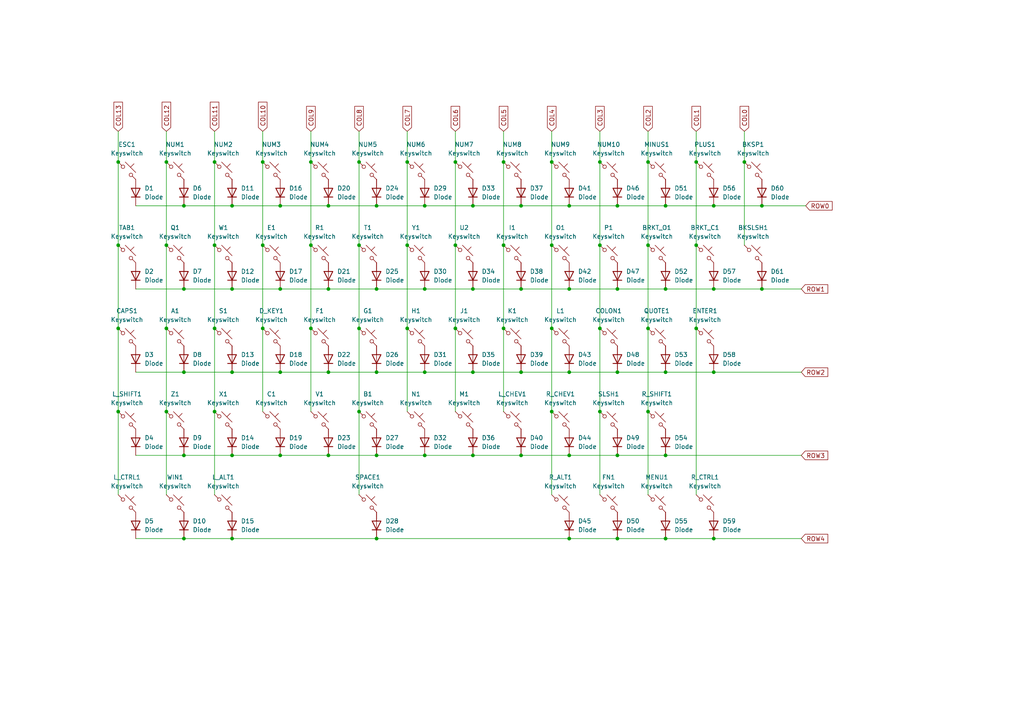
<source format=kicad_sch>
(kicad_sch (version 20231120) (generator "eeschema") (generator_version "8.0")
  (paper "A4")
  (title_block (title "IMACS Keyboard Matrix"))
  (junction (at 179.07 83.82))
  (junction (at 151.13 83.82))
  (junction (at 118.11 46.99))
  (junction (at 48.26 71.12))
  (junction (at 53.34 156.21))
  (junction (at 132.08 71.12))
  (junction (at 109.22 132.08))
  (junction (at 123.19 132.08))
  (junction (at 151.13 59.69))
  (junction (at 104.14 71.12))
  (junction (at 76.2 71.12))
  (junction (at 201.93 71.12))
  (junction (at 76.2 46.99))
  (junction (at 137.16 83.82))
  (junction (at 165.1 132.08))
  (junction (at 132.08 95.25))
  (junction (at 220.98 83.82))
  (junction (at 151.13 132.08))
  (junction (at 53.34 132.08))
  (junction (at 187.96 95.25))
  (junction (at 179.07 107.95))
  (junction (at 62.23 46.99))
  (junction (at 146.05 46.99))
  (junction (at 123.19 59.69))
  (junction (at 104.14 95.25))
  (junction (at 81.28 59.69))
  (junction (at 165.1 156.21))
  (junction (at 62.23 71.12))
  (junction (at 207.01 59.69))
  (junction (at 95.25 83.82))
  (junction (at 165.1 107.95))
  (junction (at 160.02 95.25))
  (junction (at 95.25 59.69))
  (junction (at 90.17 95.25))
  (junction (at 173.99 71.12))
  (junction (at 34.29 95.25))
  (junction (at 118.11 71.12))
  (junction (at 81.28 107.95))
  (junction (at 173.99 119.38))
  (junction (at 90.17 71.12))
  (junction (at 48.26 119.38))
  (junction (at 34.29 71.12))
  (junction (at 67.31 59.69))
  (junction (at 95.25 107.95))
  (junction (at 173.99 95.25))
  (junction (at 81.28 132.08))
  (junction (at 193.04 107.95))
  (junction (at 165.1 59.69))
  (junction (at 137.16 59.69))
  (junction (at 67.31 107.95))
  (junction (at 34.29 119.38))
  (junction (at 109.22 156.21))
  (junction (at 109.22 83.82))
  (junction (at 207.01 107.95))
  (junction (at 160.02 71.12))
  (junction (at 207.01 83.82))
  (junction (at 146.05 95.25))
  (junction (at 132.08 46.99))
  (junction (at 76.2 95.25))
  (junction (at 201.93 46.99))
  (junction (at 146.05 71.12))
  (junction (at 81.28 83.82))
  (junction (at 207.01 156.21))
  (junction (at 48.26 95.25))
  (junction (at 104.14 46.99))
  (junction (at 53.34 59.69))
  (junction (at 220.98 59.69))
  (junction (at 193.04 59.69))
  (junction (at 137.16 107.95))
  (junction (at 179.07 132.08))
  (junction (at 104.14 119.38))
  (junction (at 109.22 59.69))
  (junction (at 137.16 132.08))
  (junction (at 67.31 132.08))
  (junction (at 173.99 46.99))
  (junction (at 123.19 83.82))
  (junction (at 179.07 59.69))
  (junction (at 48.26 46.99))
  (junction (at 151.13 107.95))
  (junction (at 160.02 119.38))
  (junction (at 193.04 83.82))
  (junction (at 179.07 156.21))
  (junction (at 67.31 83.82))
  (junction (at 215.9 46.99))
  (junction (at 90.17 46.99))
  (junction (at 53.34 83.82))
  (junction (at 193.04 156.21))
  (junction (at 95.25 132.08))
  (junction (at 187.96 119.38))
  (junction (at 201.93 95.25))
  (junction (at 34.29 46.99))
  (junction (at 53.34 107.95))
  (junction (at 193.04 132.08))
  (junction (at 67.31 156.21))
  (junction (at 187.96 71.12))
  (junction (at 123.19 107.95))
  (junction (at 62.23 95.25))
  (junction (at 62.23 119.38))
  (junction (at 165.1 83.82))
  (junction (at 160.02 46.99))
  (junction (at 109.22 107.95))
  (junction (at 187.96 46.99))
  (junction (at 118.11 95.25))
  (wire (pts (xy 90.17 38.1) (xy 90.17 46.99)))
  (wire (pts (xy 137.16 107.95) (xy 151.13 107.95)))
  (wire (pts (xy 165.1 83.82) (xy 179.07 83.82)))
  (wire (pts (xy 118.11 95.25) (xy 118.11 119.38)))
  (wire (pts (xy 104.14 46.99) (xy 104.14 71.12)))
  (wire (pts (xy 165.1 132.08) (xy 179.07 132.08)))
  (wire (pts (xy 132.08 46.99) (xy 132.08 71.12)))
  (wire (pts (xy 207.01 83.82) (xy 220.98 83.82)))
  (wire (pts (xy 160.02 71.12) (xy 160.02 95.25)))
  (wire (pts (xy 123.19 132.08) (xy 137.16 132.08)))
  (wire (pts (xy 187.96 71.12) (xy 187.96 95.25)))
  (wire (pts (xy 81.28 59.69) (xy 95.25 59.69)))
  (wire (pts (xy 62.23 95.25) (xy 62.23 119.38)))
  (wire (pts (xy 201.93 38.1) (xy 201.93 46.99)))
  (wire (pts (xy 90.17 46.99) (xy 90.17 71.12)))
  (wire (pts (xy 201.93 46.99) (xy 201.93 71.12)))
  (wire (pts (xy 123.19 83.82) (xy 137.16 83.82)))
  (wire (pts (xy 123.19 107.95) (xy 137.16 107.95)))
  (wire (pts (xy 193.04 156.21) (xy 207.01 156.21)))
  (wire (pts (xy 62.23 38.1) (xy 62.23 46.99)))
  (wire (pts (xy 151.13 132.08) (xy 165.1 132.08)))
  (wire (pts (xy 118.11 46.99) (xy 118.11 71.12)))
  (wire (pts (xy 132.08 38.1) (xy 132.08 46.99)))
  (wire (pts (xy 109.22 132.08) (xy 123.19 132.08)))
  (wire (pts (xy 187.96 95.25) (xy 187.96 119.38)))
  (wire (pts (xy 146.05 46.99) (xy 146.05 71.12)))
  (wire (pts (xy 48.26 38.1) (xy 48.26 46.99)))
  (wire (pts (xy 109.22 156.21) (xy 165.1 156.21)))
  (wire (pts (xy 193.04 132.08) (xy 232.41 132.08)))
  (wire (pts (xy 67.31 107.95) (xy 81.28 107.95)))
  (wire (pts (xy 48.26 46.99) (xy 48.26 71.12)))
  (wire (pts (xy 95.25 59.69) (xy 109.22 59.69)))
  (wire (pts (xy 90.17 95.25) (xy 90.17 119.38)))
  (wire (pts (xy 39.37 132.08) (xy 53.34 132.08)))
  (wire (pts (xy 81.28 132.08) (xy 95.25 132.08)))
  (wire (pts (xy 34.29 119.38) (xy 34.29 143.51)))
  (wire (pts (xy 173.99 46.99) (xy 173.99 71.12)))
  (wire (pts (xy 173.99 95.25) (xy 173.99 119.38)))
  (wire (pts (xy 193.04 83.82) (xy 207.01 83.82)))
  (wire (pts (xy 146.05 95.25) (xy 146.05 119.38)))
  (wire (pts (xy 34.29 38.1) (xy 34.29 46.99)))
  (wire (pts (xy 39.37 156.21) (xy 53.34 156.21)))
  (wire (pts (xy 165.1 59.69) (xy 179.07 59.69)))
  (wire (pts (xy 160.02 38.1) (xy 160.02 46.99)))
  (wire (pts (xy 67.31 59.69) (xy 81.28 59.69)))
  (wire (pts (xy 165.1 107.95) (xy 179.07 107.95)))
  (wire (pts (xy 165.1 156.21) (xy 179.07 156.21)))
  (wire (pts (xy 146.05 71.12) (xy 146.05 95.25)))
  (wire (pts (xy 137.16 83.82) (xy 151.13 83.82)))
  (wire (pts (xy 48.26 95.25) (xy 48.26 119.38)))
  (wire (pts (xy 76.2 95.25) (xy 76.2 119.38)))
  (wire (pts (xy 39.37 83.82) (xy 53.34 83.82)))
  (wire (pts (xy 67.31 156.21) (xy 109.22 156.21)))
  (wire (pts (xy 53.34 83.82) (xy 67.31 83.82)))
  (wire (pts (xy 34.29 95.25) (xy 34.29 119.38)))
  (wire (pts (xy 179.07 156.21) (xy 193.04 156.21)))
  (wire (pts (xy 109.22 107.95) (xy 123.19 107.95)))
  (wire (pts (xy 207.01 156.21) (xy 232.41 156.21)))
  (wire (pts (xy 53.34 156.21) (xy 67.31 156.21)))
  (wire (pts (xy 160.02 95.25) (xy 160.02 119.38)))
  (wire (pts (xy 81.28 107.95) (xy 95.25 107.95)))
  (wire (pts (xy 132.08 95.25) (xy 132.08 119.38)))
  (wire (pts (xy 187.96 119.38) (xy 187.96 143.51)))
  (wire (pts (xy 62.23 119.38) (xy 62.23 143.51)))
  (wire (pts (xy 187.96 38.1) (xy 187.96 46.99)))
  (wire (pts (xy 193.04 59.69) (xy 207.01 59.69)))
  (wire (pts (xy 104.14 71.12) (xy 104.14 95.25)))
  (wire (pts (xy 146.05 38.1) (xy 146.05 46.99)))
  (wire (pts (xy 76.2 38.1) (xy 76.2 46.99)))
  (wire (pts (xy 81.28 83.82) (xy 95.25 83.82)))
  (wire (pts (xy 220.98 59.69) (xy 233.68 59.69)))
  (wire (pts (xy 201.93 71.12) (xy 201.93 95.25)))
  (wire (pts (xy 95.25 83.82) (xy 109.22 83.82)))
  (wire (pts (xy 220.98 83.82) (xy 232.41 83.82)))
  (wire (pts (xy 118.11 71.12) (xy 118.11 95.25)))
  (wire (pts (xy 62.23 71.12) (xy 62.23 95.25)))
  (wire (pts (xy 104.14 119.38) (xy 104.14 143.51)))
  (wire (pts (xy 95.25 107.95) (xy 109.22 107.95)))
  (wire (pts (xy 151.13 83.82) (xy 165.1 83.82)))
  (wire (pts (xy 179.07 132.08) (xy 193.04 132.08)))
  (wire (pts (xy 104.14 38.1) (xy 104.14 46.99)))
  (wire (pts (xy 62.23 46.99) (xy 62.23 71.12)))
  (wire (pts (xy 109.22 83.82) (xy 123.19 83.82)))
  (wire (pts (xy 76.2 71.12) (xy 76.2 95.25)))
  (wire (pts (xy 39.37 59.69) (xy 53.34 59.69)))
  (wire (pts (xy 207.01 107.95) (xy 232.41 107.95)))
  (wire (pts (xy 151.13 107.95) (xy 165.1 107.95)))
  (wire (pts (xy 179.07 107.95) (xy 193.04 107.95)))
  (wire (pts (xy 160.02 119.38) (xy 160.02 143.51)))
  (wire (pts (xy 104.14 95.25) (xy 104.14 119.38)))
  (wire (pts (xy 123.19 59.69) (xy 137.16 59.69)))
  (wire (pts (xy 39.37 107.95) (xy 53.34 107.95)))
  (wire (pts (xy 109.22 59.69) (xy 123.19 59.69)))
  (wire (pts (xy 67.31 83.82) (xy 81.28 83.82)))
  (wire (pts (xy 179.07 59.69) (xy 193.04 59.69)))
  (wire (pts (xy 48.26 71.12) (xy 48.26 95.25)))
  (wire (pts (xy 173.99 71.12) (xy 173.99 95.25)))
  (wire (pts (xy 173.99 38.1) (xy 173.99 46.99)))
  (wire (pts (xy 67.31 132.08) (xy 81.28 132.08)))
  (wire (pts (xy 151.13 59.69) (xy 165.1 59.69)))
  (wire (pts (xy 201.93 95.25) (xy 201.93 143.51)))
  (wire (pts (xy 118.11 38.1) (xy 118.11 46.99)))
  (wire (pts (xy 215.9 38.1) (xy 215.9 46.99)))
  (wire (pts (xy 76.2 46.99) (xy 76.2 71.12)))
  (wire (pts (xy 137.16 132.08) (xy 151.13 132.08)))
  (wire (pts (xy 137.16 59.69) (xy 151.13 59.69)))
  (wire (pts (xy 179.07 83.82) (xy 193.04 83.82)))
  (wire (pts (xy 90.17 71.12) (xy 90.17 95.25)))
  (wire (pts (xy 160.02 46.99) (xy 160.02 71.12)))
  (wire (pts (xy 48.26 119.38) (xy 48.26 143.51)))
  (wire (pts (xy 215.9 46.99) (xy 215.9 71.12)))
  (wire (pts (xy 53.34 107.95) (xy 67.31 107.95)))
  (wire (pts (xy 187.96 46.99) (xy 187.96 71.12)))
  (wire (pts (xy 53.34 132.08) (xy 67.31 132.08)))
  (wire (pts (xy 53.34 59.69) (xy 67.31 59.69)))
  (wire (pts (xy 34.29 71.12) (xy 34.29 95.25)))
  (wire (pts (xy 207.01 59.69) (xy 220.98 59.69)))
  (wire (pts (xy 34.29 46.99) (xy 34.29 71.12)))
  (wire (pts (xy 173.99 119.38) (xy 173.99 143.51)))
  (wire (pts (xy 193.04 107.95) (xy 207.01 107.95)))
  (wire (pts (xy 132.08 71.12) (xy 132.08 95.25)))
  (wire (pts (xy 95.25 132.08) (xy 109.22 132.08)))
  (global_label "ROW2" (shape input) (at 232.41 107.95 0) (property "Intersheetrefs" "${INTERSHEET_REFS}" (effects (hide yes))))
  (global_label "COL7" (shape input) (at 118.11 38.1 90) (property "Intersheetrefs" "${INTERSHEET_REFS}" (effects (hide yes))))
  (global_label "COL12" (shape input) (at 48.26 38.1 90) (property "Intersheetrefs" "${INTERSHEET_REFS}" (effects (hide yes))))
  (global_label "COL11" (shape input) (at 62.23 38.1 90) (property "Intersheetrefs" "${INTERSHEET_REFS}" (effects (hide yes))))
  (global_label "COL2" (shape input) (at 187.96 38.1 90) (property "Intersheetrefs" "${INTERSHEET_REFS}" (effects (hide yes))))
  (global_label "COL8" (shape input) (at 104.14 38.1 90) (property "Intersheetrefs" "${INTERSHEET_REFS}" (effects (hide yes))))
  (global_label "COL10" (shape input) (at 76.2 38.1 90) (property "Intersheetrefs" "${INTERSHEET_REFS}" (effects (hide yes))))
  (global_label "COL9" (shape input) (at 90.17 38.1 90) (property "Intersheetrefs" "${INTERSHEET_REFS}" (effects (hide yes))))
  (global_label "COL6" (shape input) (at 132.08 38.1 90) (property "Intersheetrefs" "${INTERSHEET_REFS}" (effects (hide yes))))
  (global_label "ROW3" (shape input) (at 232.41 132.08 0) (property "Intersheetrefs" "${INTERSHEET_REFS}" (effects (hide yes))))
  (global_label "COL0" (shape input) (at 215.9 38.1 90) (property "Intersheetrefs" "${INTERSHEET_REFS}" (effects (hide yes))))
  (global_label "COL3" (shape input) (at 173.99 38.1 90) (property "Intersheetrefs" "${INTERSHEET_REFS}" (effects (hide yes))))
  (global_label "ROW4" (shape input) (at 232.41 156.21 0) (property "Intersheetrefs" "${INTERSHEET_REFS}" (effects (hide yes))))
  (global_label "COL4" (shape input) (at 160.02 38.1 90) (property "Intersheetrefs" "${INTERSHEET_REFS}" (effects (hide yes))))
  (global_label "COL13" (shape input) (at 34.29 38.1 90) (property "Intersheetrefs" "${INTERSHEET_REFS}" (effects (hide yes))))
  (global_label "ROW1" (shape input) (at 232.41 83.82 0) (property "Intersheetrefs" "${INTERSHEET_REFS}" (effects (hide yes))))
  (global_label "ROW0" (shape input) (at 233.68 59.69 0) (property "Intersheetrefs" "${INTERSHEET_REFS}" (effects (hide yes))))
  (global_label "COL1" (shape input) (at 201.93 38.1 90) (property "Intersheetrefs" "${INTERSHEET_REFS}" (effects (hide yes))))
  (global_label "COL5" (shape input) (at 146.05 38.1 90) (property "Intersheetrefs" "${INTERSHEET_REFS}" (effects (hide yes))))
  (symbol (lib_id "ScottoKeebs:Placeholder_Keyswitch") (at 92.71 73.66 0) (unit 1)
    (property "Reference" "R1" (at 92.71 66.04 0))
    (property "Value" "Keyswitch" (at 92.71 68.58 0))
    (property "Footprint" "ScottoKeebs_MX:MX_PCB_1.00u" (effects (hide yes)))
    (property "Description" "Push button switch, normally open, two pins, 45° tilted" (effects (hide yes)))
  )
  (symbol (lib_id "ScottoKeebs:Placeholder_Keyswitch") (at 190.5 73.66 0) (unit 1)
    (property "Reference" "BRKT_O1" (at 190.5 66.04 0))
    (property "Value" "Keyswitch" (at 190.5 68.58 0))
    (property "Footprint" "ScottoKeebs_MX:MX_PCB_1.00u" (effects (hide yes)))
    (property "Description" "Push button switch, normally open, two pins, 45° tilted" (effects (hide yes)))
  )
  (symbol (lib_id "ScottoKeebs:Placeholder_Keyswitch") (at 204.47 97.79 0) (unit 1)
    (property "Reference" "ENTER1" (at 204.47 90.17 0))
    (property "Value" "Keyswitch" (at 204.47 92.71 0))
    (property "Footprint" "ScottoKeebs_MX:MX_PCB_1.00u" (effects (hide yes)))
    (property "Description" "Push button switch, normally open, two pins, 45° tilted" (effects (hide yes)))
  )
  (symbol (lib_id "ScottoKeebs:Placeholder_Keyswitch") (at 134.62 121.92 0) (unit 1)
    (property "Reference" "M1" (at 134.62 114.3 0))
    (property "Value" "Keyswitch" (at 134.62 116.84 0))
    (property "Footprint" "ScottoKeebs_MX:MX_PCB_1.00u" (effects (hide yes)))
    (property "Description" "Push button switch, normally open, two pins, 45° tilted" (effects (hide yes)))
  )
  (symbol (lib_id "ScottoKeebs:Placeholder_Keyswitch") (at 36.83 73.66 0) (unit 1)
    (property "Reference" "TAB1" (at 36.83 66.04 0))
    (property "Value" "Keyswitch" (at 36.83 68.58 0))
    (property "Footprint" "ScottoKeebs_MX:MX_PCB_1.00u" (effects (hide yes)))
    (property "Description" "Push button switch, normally open, two pins, 45° tilted" (effects (hide yes)))
  )
  (symbol (lib_id "ScottoKeebs:Placeholder_Diode") (at 193.04 55.88 90) (unit 1)
    (property "Reference" "D51" (at 195.58 54.6099 90) (effects (justify right)))
    (property "Value" "Diode" (at 195.58 57.1499 90) (effects (justify right)))
    (property "Footprint" "ScottoKeebs_Components:Diode_DO-35" (effects (hide yes)))
    (property "Description" "1N4148 (DO-35) or 1N4148W (SOD-123)" (effects (hide yes)))
    (property "Sim.Device" "D" (effects (hide yes)))
    (property "Sim.Pins" "1=K 2=A" (effects (hide yes)))
  )
  (symbol (lib_id "ScottoKeebs:Placeholder_Diode") (at 81.28 128.27 90) (unit 1)
    (property "Reference" "D19" (at 83.82 126.9999 90) (effects (justify right)))
    (property "Value" "Diode" (at 83.82 129.5399 90) (effects (justify right)))
    (property "Footprint" "ScottoKeebs_Components:Diode_DO-35" (effects (hide yes)))
    (property "Description" "1N4148 (DO-35) or 1N4148W (SOD-123)" (effects (hide yes)))
    (property "Sim.Device" "D" (effects (hide yes)))
    (property "Sim.Pins" "1=K 2=A" (effects (hide yes)))
  )
  (symbol (lib_id "ScottoKeebs:Placeholder_Keyswitch") (at 176.53 121.92 0) (unit 1)
    (property "Reference" "SLSH1" (at 176.53 114.3 0))
    (property "Value" "Keyswitch" (at 176.53 116.84 0))
    (property "Footprint" "ScottoKeebs_MX:MX_PCB_1.00u" (effects (hide yes)))
    (property "Description" "Push button switch, normally open, two pins, 45° tilted" (effects (hide yes)))
  )
  (symbol (lib_id "ScottoKeebs:Placeholder_Diode") (at 81.28 104.14 90) (unit 1)
    (property "Reference" "D18" (at 83.82 102.8699 90) (effects (justify right)))
    (property "Value" "Diode" (at 83.82 105.4099 90) (effects (justify right)))
    (property "Footprint" "ScottoKeebs_Components:Diode_DO-35" (effects (hide yes)))
    (property "Description" "1N4148 (DO-35) or 1N4148W (SOD-123)" (effects (hide yes)))
    (property "Sim.Device" "D" (effects (hide yes)))
    (property "Sim.Pins" "1=K 2=A" (effects (hide yes)))
  )
  (symbol (lib_id "ScottoKeebs:Placeholder_Keyswitch") (at 162.56 121.92 0) (unit 1)
    (property "Reference" "R_CHEV1" (at 162.56 114.3 0))
    (property "Value" "Keyswitch" (at 162.56 116.84 0))
    (property "Footprint" "ScottoKeebs_MX:MX_PCB_1.00u" (effects (hide yes)))
    (property "Description" "Push button switch, normally open, two pins, 45° tilted" (effects (hide yes)))
  )
  (symbol (lib_id "ScottoKeebs:Placeholder_Keyswitch") (at 120.65 97.79 0) (unit 1)
    (property "Reference" "H1" (at 120.65 90.17 0))
    (property "Value" "Keyswitch" (at 120.65 92.71 0))
    (property "Footprint" "ScottoKeebs_MX:MX_PCB_1.00u" (effects (hide yes)))
    (property "Description" "Push button switch, normally open, two pins, 45° tilted" (effects (hide yes)))
  )
  (symbol (lib_id "ScottoKeebs:Placeholder_Keyswitch") (at 50.8 146.05 0) (unit 1)
    (property "Reference" "WIN1" (at 50.8 138.43 0))
    (property "Value" "Keyswitch" (at 50.8 140.97 0))
    (property "Footprint" "ScottoKeebs_MX:MX_PCB_1.00u" (effects (hide yes)))
    (property "Description" "Push button switch, normally open, two pins, 45° tilted" (effects (hide yes)))
  )
  (symbol (lib_id "ScottoKeebs:Placeholder_Diode") (at 179.07 152.4 90) (unit 1)
    (property "Reference" "D50" (at 181.61 151.1299 90) (effects (justify right)))
    (property "Value" "Diode" (at 181.61 153.6699 90) (effects (justify right)))
    (property "Footprint" "ScottoKeebs_Components:Diode_DO-35" (effects (hide yes)))
    (property "Description" "1N4148 (DO-35) or 1N4148W (SOD-123)" (effects (hide yes)))
    (property "Sim.Device" "D" (effects (hide yes)))
    (property "Sim.Pins" "1=K 2=A" (effects (hide yes)))
  )
  (symbol (lib_id "ScottoKeebs:Placeholder_Keyswitch") (at 162.56 146.05 0) (unit 1)
    (property "Reference" "R_ALT1" (at 162.56 138.43 0))
    (property "Value" "Keyswitch" (at 162.56 140.97 0))
    (property "Footprint" "ScottoKeebs_MX:MX_PCB_1.00u" (effects (hide yes)))
    (property "Description" "Push button switch, normally open, two pins, 45° tilted" (effects (hide yes)))
  )
  (symbol (lib_id "ScottoKeebs:Placeholder_Keyswitch") (at 190.5 49.53 0) (unit 1)
    (property "Reference" "MINUS1" (at 190.5 41.91 0))
    (property "Value" "Keyswitch" (at 190.5 44.45 0))
    (property "Footprint" "ScottoKeebs_MX:MX_PCB_1.00u" (effects (hide yes)))
    (property "Description" "Push button switch, normally open, two pins, 45° tilted" (effects (hide yes)))
  )
  (symbol (lib_id "ScottoKeebs:Placeholder_Keyswitch") (at 106.68 73.66 0) (unit 1)
    (property "Reference" "T1" (at 106.68 66.04 0))
    (property "Value" "Keyswitch" (at 106.68 68.58 0))
    (property "Footprint" "ScottoKeebs_MX:MX_PCB_1.00u" (effects (hide yes)))
    (property "Description" "Push button switch, normally open, two pins, 45° tilted" (effects (hide yes)))
  )
  (symbol (lib_id "ScottoKeebs:Placeholder_Keyswitch") (at 190.5 121.92 0) (unit 1)
    (property "Reference" "R_SHIFT1" (at 190.5 114.3 0))
    (property "Value" "Keyswitch" (at 190.5 116.84 0))
    (property "Footprint" "ScottoKeebs_MX:MX_PCB_1.00u" (effects (hide yes)))
    (property "Description" "Push button switch, normally open, two pins, 45° tilted" (effects (hide yes)))
  )
  (symbol (lib_id "ScottoKeebs:Placeholder_Keyswitch") (at 148.59 73.66 0) (unit 1)
    (property "Reference" "I1" (at 148.59 66.04 0))
    (property "Value" "Keyswitch" (at 148.59 68.58 0))
    (property "Footprint" "ScottoKeebs_MX:MX_PCB_1.00u" (effects (hide yes)))
    (property "Description" "Push button switch, normally open, two pins, 45° tilted" (effects (hide yes)))
  )
  (symbol (lib_id "ScottoKeebs:Placeholder_Diode") (at 207.01 80.01 90) (unit 1)
    (property "Reference" "D57" (at 209.55 78.7399 90) (effects (justify right)))
    (property "Value" "Diode" (at 209.55 81.2799 90) (effects (justify right)))
    (property "Footprint" "ScottoKeebs_Components:Diode_DO-35" (effects (hide yes)))
    (property "Description" "1N4148 (DO-35) or 1N4148W (SOD-123)" (effects (hide yes)))
    (property "Sim.Device" "D" (effects (hide yes)))
    (property "Sim.Pins" "1=K 2=A" (effects (hide yes)))
  )
  (symbol (lib_id "ScottoKeebs:Placeholder_Keyswitch") (at 78.74 121.92 0) (unit 1)
    (property "Reference" "C1" (at 78.74 114.3 0))
    (property "Value" "Keyswitch" (at 78.74 116.84 0))
    (property "Footprint" "ScottoKeebs_MX:MX_PCB_1.00u" (effects (hide yes)))
    (property "Description" "Push button switch, normally open, two pins, 45° tilted" (effects (hide yes)))
  )
  (symbol (lib_id "ScottoKeebs:Placeholder_Diode") (at 39.37 128.27 90) (unit 1)
    (property "Reference" "D4" (at 41.91 126.9999 90) (effects (justify right)))
    (property "Value" "Diode" (at 41.91 129.5399 90) (effects (justify right)))
    (property "Footprint" "ScottoKeebs_Components:Diode_DO-35" (effects (hide yes)))
    (property "Description" "1N4148 (DO-35) or 1N4148W (SOD-123)" (effects (hide yes)))
    (property "Sim.Device" "D" (effects (hide yes)))
    (property "Sim.Pins" "1=K 2=A" (effects (hide yes)))
  )
  (symbol (lib_id "ScottoKeebs:Placeholder_Diode") (at 137.16 55.88 90) (unit 1)
    (property "Reference" "D33" (at 139.7 54.6099 90) (effects (justify right)))
    (property "Value" "Diode" (at 139.7 57.1499 90) (effects (justify right)))
    (property "Footprint" "ScottoKeebs_Components:Diode_DO-35" (effects (hide yes)))
    (property "Description" "1N4148 (DO-35) or 1N4148W (SOD-123)" (effects (hide yes)))
    (property "Sim.Device" "D" (effects (hide yes)))
    (property "Sim.Pins" "1=K 2=A" (effects (hide yes)))
  )
  (symbol (lib_id "ScottoKeebs:Placeholder_Keyswitch") (at 106.68 97.79 0) (unit 1)
    (property "Reference" "G1" (at 106.68 90.17 0))
    (property "Value" "Keyswitch" (at 106.68 92.71 0))
    (property "Footprint" "ScottoKeebs_MX:MX_PCB_1.00u" (effects (hide yes)))
    (property "Description" "Push button switch, normally open, two pins, 45° tilted" (effects (hide yes)))
  )
  (symbol (lib_id "ScottoKeebs:Placeholder_Diode") (at 123.19 104.14 90) (unit 1)
    (property "Reference" "D31" (at 125.73 102.8699 90) (effects (justify right)))
    (property "Value" "Diode" (at 125.73 105.4099 90) (effects (justify right)))
    (property "Footprint" "ScottoKeebs_Components:Diode_DO-35" (effects (hide yes)))
    (property "Description" "1N4148 (DO-35) or 1N4148W (SOD-123)" (effects (hide yes)))
    (property "Sim.Device" "D" (effects (hide yes)))
    (property "Sim.Pins" "1=K 2=A" (effects (hide yes)))
  )
  (symbol (lib_id "ScottoKeebs:Placeholder_Keyswitch") (at 36.83 97.79 0) (unit 1)
    (property "Reference" "CAPS1" (at 36.83 90.17 0))
    (property "Value" "Keyswitch" (at 36.83 92.71 0))
    (property "Footprint" "ScottoKeebs_MX:MX_PCB_1.00u" (effects (hide yes)))
    (property "Description" "Push button switch, normally open, two pins, 45° tilted" (effects (hide yes)))
  )
  (symbol (lib_id "ScottoKeebs:Placeholder_Diode") (at 207.01 152.4 90) (unit 1)
    (property "Reference" "D59" (at 209.55 151.1299 90) (effects (justify right)))
    (property "Value" "Diode" (at 209.55 153.6699 90) (effects (justify right)))
    (property "Footprint" "ScottoKeebs_Components:Diode_DO-35" (effects (hide yes)))
    (property "Description" "1N4148 (DO-35) or 1N4148W (SOD-123)" (effects (hide yes)))
    (property "Sim.Device" "D" (effects (hide yes)))
    (property "Sim.Pins" "1=K 2=A" (effects (hide yes)))
  )
  (symbol (lib_id "ScottoKeebs:Placeholder_Keyswitch") (at 78.74 97.79 0) (unit 1)
    (property "Reference" "D_KEY1" (at 78.74 90.17 0))
    (property "Value" "Keyswitch" (at 78.74 92.71 0))
    (property "Footprint" "ScottoKeebs_MX:MX_PCB_1.00u" (effects (hide yes)))
    (property "Description" "Push button switch, normally open, two pins, 45° tilted" (effects (hide yes)))
  )
  (symbol (lib_id "ScottoKeebs:Placeholder_Keyswitch") (at 64.77 97.79 0) (unit 1)
    (property "Reference" "S1" (at 64.77 90.17 0))
    (property "Value" "Keyswitch" (at 64.77 92.71 0))
    (property "Footprint" "ScottoKeebs_MX:MX_PCB_1.00u" (effects (hide yes)))
    (property "Description" "Push button switch, normally open, two pins, 45° tilted" (effects (hide yes)))
  )
  (symbol (lib_id "ScottoKeebs:Placeholder_Diode") (at 179.07 55.88 90) (unit 1)
    (property "Reference" "D46" (at 181.61 54.6099 90) (effects (justify right)))
    (property "Value" "Diode" (at 181.61 57.1499 90) (effects (justify right)))
    (property "Footprint" "ScottoKeebs_Components:Diode_DO-35" (effects (hide yes)))
    (property "Description" "1N4148 (DO-35) or 1N4148W (SOD-123)" (effects (hide yes)))
    (property "Sim.Device" "D" (effects (hide yes)))
    (property "Sim.Pins" "1=K 2=A" (effects (hide yes)))
  )
  (symbol (lib_id "ScottoKeebs:Placeholder_Diode") (at 39.37 104.14 90) (unit 1)
    (property "Reference" "D3" (at 41.91 102.8699 90) (effects (justify right)))
    (property "Value" "Diode" (at 41.91 105.4099 90) (effects (justify right)))
    (property "Footprint" "ScottoKeebs_Components:Diode_DO-35" (effects (hide yes)))
    (property "Description" "1N4148 (DO-35) or 1N4148W (SOD-123)" (effects (hide yes)))
    (property "Sim.Device" "D" (effects (hide yes)))
    (property "Sim.Pins" "1=K 2=A" (effects (hide yes)))
  )
  (symbol (lib_id "ScottoKeebs:Placeholder_Keyswitch") (at 78.74 73.66 0) (unit 1)
    (property "Reference" "E1" (at 78.74 66.04 0))
    (property "Value" "Keyswitch" (at 78.74 68.58 0))
    (property "Footprint" "ScottoKeebs_MX:MX_PCB_1.00u" (effects (hide yes)))
    (property "Description" "Push button switch, normally open, two pins, 45° tilted" (effects (hide yes)))
  )
  (symbol (lib_id "ScottoKeebs:Placeholder_Diode") (at 95.25 104.14 90) (unit 1)
    (property "Reference" "D22" (at 97.79 102.8699 90) (effects (justify right)))
    (property "Value" "Diode" (at 97.79 105.4099 90) (effects (justify right)))
    (property "Footprint" "ScottoKeebs_Components:Diode_DO-35" (effects (hide yes)))
    (property "Description" "1N4148 (DO-35) or 1N4148W (SOD-123)" (effects (hide yes)))
    (property "Sim.Device" "D" (effects (hide yes)))
    (property "Sim.Pins" "1=K 2=A" (effects (hide yes)))
  )
  (symbol (lib_id "ScottoKeebs:Placeholder_Keyswitch") (at 218.44 49.53 0) (unit 1)
    (property "Reference" "BKSP1" (at 218.44 41.91 0))
    (property "Value" "Keyswitch" (at 218.44 44.45 0))
    (property "Footprint" "ScottoKeebs_MX:MX_PCB_1.00u" (effects (hide yes)))
    (property "Description" "Push button switch, normally open, two pins, 45° tilted" (effects (hide yes)))
  )
  (symbol (lib_id "ScottoKeebs:Placeholder_Diode") (at 81.28 80.01 90) (unit 1)
    (property "Reference" "D17" (at 83.82 78.7399 90) (effects (justify right)))
    (property "Value" "Diode" (at 83.82 81.2799 90) (effects (justify right)))
    (property "Footprint" "ScottoKeebs_Components:Diode_DO-35" (effects (hide yes)))
    (property "Description" "1N4148 (DO-35) or 1N4148W (SOD-123)" (effects (hide yes)))
    (property "Sim.Device" "D" (effects (hide yes)))
    (property "Sim.Pins" "1=K 2=A" (effects (hide yes)))
  )
  (symbol (lib_id "ScottoKeebs:Placeholder_Keyswitch") (at 106.68 146.05 0) (unit 1)
    (property "Reference" "SPACE1" (at 106.68 138.43 0))
    (property "Value" "Keyswitch" (at 106.68 140.97 0))
    (property "Footprint" "ScottoKeebs_MX:MX_PCB_1.00u" (effects (hide yes)))
    (property "Description" "Push button switch, normally open, two pins, 45° tilted" (effects (hide yes)))
  )
  (symbol (lib_id "ScottoKeebs:Placeholder_Diode") (at 67.31 128.27 90) (unit 1)
    (property "Reference" "D14" (at 69.85 126.9999 90) (effects (justify right)))
    (property "Value" "Diode" (at 69.85 129.5399 90) (effects (justify right)))
    (property "Footprint" "ScottoKeebs_Components:Diode_DO-35" (effects (hide yes)))
    (property "Description" "1N4148 (DO-35) or 1N4148W (SOD-123)" (effects (hide yes)))
    (property "Sim.Device" "D" (effects (hide yes)))
    (property "Sim.Pins" "1=K 2=A" (effects (hide yes)))
  )
  (symbol (lib_id "ScottoKeebs:Placeholder_Diode") (at 123.19 128.27 90) (unit 1)
    (property "Reference" "D32" (at 125.73 126.9999 90) (effects (justify right)))
    (property "Value" "Diode" (at 125.73 129.5399 90) (effects (justify right)))
    (property "Footprint" "ScottoKeebs_Components:Diode_DO-35" (effects (hide yes)))
    (property "Description" "1N4148 (DO-35) or 1N4148W (SOD-123)" (effects (hide yes)))
    (property "Sim.Device" "D" (effects (hide yes)))
    (property "Sim.Pins" "1=K 2=A" (effects (hide yes)))
  )
  (symbol (lib_id "ScottoKeebs:Placeholder_Diode") (at 137.16 128.27 90) (unit 1)
    (property "Reference" "D36" (at 139.7 126.9999 90) (effects (justify right)))
    (property "Value" "Diode" (at 139.7 129.5399 90) (effects (justify right)))
    (property "Footprint" "ScottoKeebs_Components:Diode_DO-35" (effects (hide yes)))
    (property "Description" "1N4148 (DO-35) or 1N4148W (SOD-123)" (effects (hide yes)))
    (property "Sim.Device" "D" (effects (hide yes)))
    (property "Sim.Pins" "1=K 2=A" (effects (hide yes)))
  )
  (symbol (lib_id "ScottoKeebs:Placeholder_Keyswitch") (at 134.62 49.53 0) (unit 1)
    (property "Reference" "NUM7" (at 134.62 41.91 0))
    (property "Value" "Keyswitch" (at 134.62 44.45 0))
    (property "Footprint" "ScottoKeebs_MX:MX_PCB_1.00u" (effects (hide yes)))
    (property "Description" "Push button switch, normally open, two pins, 45° tilted" (effects (hide yes)))
  )
  (symbol (lib_id "ScottoKeebs:Placeholder_Keyswitch") (at 92.71 121.92 0) (unit 1)
    (property "Reference" "V1" (at 92.71 114.3 0))
    (property "Value" "Keyswitch" (at 92.71 116.84 0))
    (property "Footprint" "ScottoKeebs_MX:MX_PCB_1.00u" (effects (hide yes)))
    (property "Description" "Push button switch, normally open, two pins, 45° tilted" (effects (hide yes)))
  )
  (symbol (lib_id "ScottoKeebs:Placeholder_Diode") (at 67.31 152.4 90) (unit 1)
    (property "Reference" "D15" (at 69.85 151.1299 90) (effects (justify right)))
    (property "Value" "Diode" (at 69.85 153.6699 90) (effects (justify right)))
    (property "Footprint" "ScottoKeebs_Components:Diode_DO-35" (effects (hide yes)))
    (property "Description" "1N4148 (DO-35) or 1N4148W (SOD-123)" (effects (hide yes)))
    (property "Sim.Device" "D" (effects (hide yes)))
    (property "Sim.Pins" "1=K 2=A" (effects (hide yes)))
  )
  (symbol (lib_id "ScottoKeebs:Placeholder_Keyswitch") (at 176.53 49.53 0) (unit 1)
    (property "Reference" "NUM10" (at 176.53 41.91 0))
    (property "Value" "Keyswitch" (at 176.53 44.45 0))
    (property "Footprint" "ScottoKeebs_MX:MX_PCB_1.00u" (effects (hide yes)))
    (property "Description" "Push button switch, normally open, two pins, 45° tilted" (effects (hide yes)))
  )
  (symbol (lib_id "ScottoKeebs:Placeholder_Diode") (at 109.22 104.14 90) (unit 1)
    (property "Reference" "D26" (at 111.76 102.8699 90) (effects (justify right)))
    (property "Value" "Diode" (at 111.76 105.4099 90) (effects (justify right)))
    (property "Footprint" "ScottoKeebs_Components:Diode_DO-35" (effects (hide yes)))
    (property "Description" "1N4148 (DO-35) or 1N4148W (SOD-123)" (effects (hide yes)))
    (property "Sim.Device" "D" (effects (hide yes)))
    (property "Sim.Pins" "1=K 2=A" (effects (hide yes)))
  )
  (symbol (lib_id "ScottoKeebs:Placeholder_Keyswitch") (at 120.65 49.53 0) (unit 1)
    (property "Reference" "NUM6" (at 120.65 41.91 0))
    (property "Value" "Keyswitch" (at 120.65 44.45 0))
    (property "Footprint" "ScottoKeebs_MX:MX_PCB_1.00u" (effects (hide yes)))
    (property "Description" "Push button switch, normally open, two pins, 45° tilted" (effects (hide yes)))
  )
  (symbol (lib_id "ScottoKeebs:Placeholder_Keyswitch") (at 92.71 49.53 0) (unit 1)
    (property "Reference" "NUM4" (at 92.71 41.91 0))
    (property "Value" "Keyswitch" (at 92.71 44.45 0))
    (property "Footprint" "ScottoKeebs_MX:MX_PCB_1.00u" (effects (hide yes)))
    (property "Description" "Push button switch, normally open, two pins, 45° tilted" (effects (hide yes)))
  )
  (symbol (lib_id "ScottoKeebs:Placeholder_Diode") (at 207.01 55.88 90) (unit 1)
    (property "Reference" "D56" (at 209.55 54.6099 90) (effects (justify right)))
    (property "Value" "Diode" (at 209.55 57.1499 90) (effects (justify right)))
    (property "Footprint" "ScottoKeebs_Components:Diode_DO-35" (effects (hide yes)))
    (property "Description" "1N4148 (DO-35) or 1N4148W (SOD-123)" (effects (hide yes)))
    (property "Sim.Device" "D" (effects (hide yes)))
    (property "Sim.Pins" "1=K 2=A" (effects (hide yes)))
  )
  (symbol (lib_id "ScottoKeebs:Placeholder_Diode") (at 109.22 128.27 90) (unit 1)
    (property "Reference" "D27" (at 111.76 126.9999 90) (effects (justify right)))
    (property "Value" "Diode" (at 111.76 129.5399 90) (effects (justify right)))
    (property "Footprint" "ScottoKeebs_Components:Diode_DO-35" (effects (hide yes)))
    (property "Description" "1N4148 (DO-35) or 1N4148W (SOD-123)" (effects (hide yes)))
    (property "Sim.Device" "D" (effects (hide yes)))
    (property "Sim.Pins" "1=K 2=A" (effects (hide yes)))
  )
  (symbol (lib_id "ScottoKeebs:Placeholder_Keyswitch") (at 36.83 121.92 0) (unit 1)
    (property "Reference" "L_SHIFT1" (at 36.83 114.3 0))
    (property "Value" "Keyswitch" (at 36.83 116.84 0))
    (property "Footprint" "ScottoKeebs_MX:MX_PCB_1.00u" (effects (hide yes)))
    (property "Description" "Push button switch, normally open, two pins, 45° tilted" (effects (hide yes)))
  )
  (symbol (lib_id "ScottoKeebs:Placeholder_Diode") (at 151.13 104.14 90) (unit 1)
    (property "Reference" "D39" (at 153.67 102.8699 90) (effects (justify right)))
    (property "Value" "Diode" (at 153.67 105.4099 90) (effects (justify right)))
    (property "Footprint" "ScottoKeebs_Components:Diode_DO-35" (effects (hide yes)))
    (property "Description" "1N4148 (DO-35) or 1N4148W (SOD-123)" (effects (hide yes)))
    (property "Sim.Device" "D" (effects (hide yes)))
    (property "Sim.Pins" "1=K 2=A" (effects (hide yes)))
  )
  (symbol (lib_id "ScottoKeebs:Placeholder_Keyswitch") (at 190.5 97.79 0) (unit 1)
    (property "Reference" "QUOTE1" (at 190.5 90.17 0))
    (property "Value" "Keyswitch" (at 190.5 92.71 0))
    (property "Footprint" "ScottoKeebs_MX:MX_PCB_1.00u" (effects (hide yes)))
    (property "Description" "Push button switch, normally open, two pins, 45° tilted" (effects (hide yes)))
  )
  (symbol (lib_id "ScottoKeebs:Placeholder_Diode") (at 207.01 104.14 90) (unit 1)
    (property "Reference" "D58" (at 209.55 102.8699 90) (effects (justify right)))
    (property "Value" "Diode" (at 209.55 105.4099 90) (effects (justify right)))
    (property "Footprint" "ScottoKeebs_Components:Diode_DO-35" (effects (hide yes)))
    (property "Description" "1N4148 (DO-35) or 1N4148W (SOD-123)" (effects (hide yes)))
    (property "Sim.Device" "D" (effects (hide yes)))
    (property "Sim.Pins" "1=K 2=A" (effects (hide yes)))
  )
  (symbol (lib_id "ScottoKeebs:Placeholder_Keyswitch") (at 134.62 97.79 0) (unit 1)
    (property "Reference" "J1" (at 134.62 90.17 0))
    (property "Value" "Keyswitch" (at 134.62 92.71 0))
    (property "Footprint" "ScottoKeebs_MX:MX_PCB_1.00u" (effects (hide yes)))
    (property "Description" "Push button switch, normally open, two pins, 45° tilted" (effects (hide yes)))
  )
  (symbol (lib_id "ScottoKeebs:Placeholder_Keyswitch") (at 78.74 49.53 0) (unit 1)
    (property "Reference" "NUM3" (at 78.74 41.91 0))
    (property "Value" "Keyswitch" (at 78.74 44.45 0))
    (property "Footprint" "ScottoKeebs_MX:MX_PCB_1.00u" (effects (hide yes)))
    (property "Description" "Push button switch, normally open, two pins, 45° tilted" (effects (hide yes)))
  )
  (symbol (lib_id "ScottoKeebs:Placeholder_Diode") (at 67.31 80.01 90) (unit 1)
    (property "Reference" "D12" (at 69.85 78.7399 90) (effects (justify right)))
    (property "Value" "Diode" (at 69.85 81.2799 90) (effects (justify right)))
    (property "Footprint" "ScottoKeebs_Components:Diode_DO-35" (effects (hide yes)))
    (property "Description" "1N4148 (DO-35) or 1N4148W (SOD-123)" (effects (hide yes)))
    (property "Sim.Device" "D" (effects (hide yes)))
    (property "Sim.Pins" "1=K 2=A" (effects (hide yes)))
  )
  (symbol (lib_id "ScottoKeebs:Placeholder_Keyswitch") (at 50.8 73.66 0) (unit 1)
    (property "Reference" "Q1" (at 50.8 66.04 0))
    (property "Value" "Keyswitch" (at 50.8 68.58 0))
    (property "Footprint" "ScottoKeebs_MX:MX_PCB_1.00u" (effects (hide yes)))
    (property "Description" "Push button switch, normally open, two pins, 45° tilted" (effects (hide yes)))
  )
  (symbol (lib_id "ScottoKeebs:Placeholder_Diode") (at 179.07 80.01 90) (unit 1)
    (property "Reference" "D47" (at 181.61 78.7399 90) (effects (justify right)))
    (property "Value" "Diode" (at 181.61 81.2799 90) (effects (justify right)))
    (property "Footprint" "ScottoKeebs_Components:Diode_DO-35" (effects (hide yes)))
    (property "Description" "1N4148 (DO-35) or 1N4148W (SOD-123)" (effects (hide yes)))
    (property "Sim.Device" "D" (effects (hide yes)))
    (property "Sim.Pins" "1=K 2=A" (effects (hide yes)))
  )
  (symbol (lib_id "ScottoKeebs:Placeholder_Diode") (at 220.98 55.88 90) (unit 1)
    (property "Reference" "D60" (at 223.52 54.6099 90) (effects (justify right)))
    (property "Value" "Diode" (at 223.52 57.1499 90) (effects (justify right)))
    (property "Footprint" "ScottoKeebs_Components:Diode_DO-35" (effects (hide yes)))
    (property "Description" "1N4148 (DO-35) or 1N4148W (SOD-123)" (effects (hide yes)))
    (property "Sim.Device" "D" (effects (hide yes)))
    (property "Sim.Pins" "1=K 2=A" (effects (hide yes)))
  )
  (symbol (lib_id "ScottoKeebs:Placeholder_Diode") (at 109.22 152.4 90) (unit 1)
    (property "Reference" "D28" (at 111.76 151.1299 90) (effects (justify right)))
    (property "Value" "Diode" (at 111.76 153.6699 90) (effects (justify right)))
    (property "Footprint" "ScottoKeebs_Components:Diode_DO-35" (effects (hide yes)))
    (property "Description" "1N4148 (DO-35) or 1N4148W (SOD-123)" (effects (hide yes)))
    (property "Sim.Device" "D" (effects (hide yes)))
    (property "Sim.Pins" "1=K 2=A" (effects (hide yes)))
  )
  (symbol (lib_id "ScottoKeebs:Placeholder_Keyswitch") (at 148.59 97.79 0) (unit 1)
    (property "Reference" "K1" (at 148.59 90.17 0))
    (property "Value" "Keyswitch" (at 148.59 92.71 0))
    (property "Footprint" "ScottoKeebs_MX:MX_PCB_1.00u" (effects (hide yes)))
    (property "Description" "Push button switch, normally open, two pins, 45° tilted" (effects (hide yes)))
  )
  (symbol (lib_id "ScottoKeebs:Placeholder_Keyswitch") (at 204.47 146.05 0) (unit 1)
    (property "Reference" "R_CTRL1" (at 204.47 138.43 0))
    (property "Value" "Keyswitch" (at 204.47 140.97 0))
    (property "Footprint" "ScottoKeebs_MX:MX_PCB_1.00u" (effects (hide yes)))
    (property "Description" "Push button switch, normally open, two pins, 45° tilted" (effects (hide yes)))
  )
  (symbol (lib_id "ScottoKeebs:Placeholder_Keyswitch") (at 148.59 49.53 0) (unit 1)
    (property "Reference" "NUM8" (at 148.59 41.91 0))
    (property "Value" "Keyswitch" (at 148.59 44.45 0))
    (property "Footprint" "ScottoKeebs_MX:MX_PCB_1.00u" (effects (hide yes)))
    (property "Description" "Push button switch, normally open, two pins, 45° tilted" (effects (hide yes)))
  )
  (symbol (lib_id "ScottoKeebs:Placeholder_Keyswitch") (at 134.62 73.66 0) (unit 1)
    (property "Reference" "U2" (at 134.62 66.04 0))
    (property "Value" "Keyswitch" (at 134.62 68.58 0))
    (property "Footprint" "ScottoKeebs_MX:MX_PCB_1.00u" (effects (hide yes)))
    (property "Description" "Push button switch, normally open, two pins, 45° tilted" (effects (hide yes)))
  )
  (symbol (lib_id "ScottoKeebs:Placeholder_Keyswitch") (at 176.53 146.05 0) (unit 1)
    (property "Reference" "FN1" (at 176.53 138.43 0))
    (property "Value" "Keyswitch" (at 176.53 140.97 0))
    (property "Footprint" "ScottoKeebs_MX:MX_PCB_1.00u" (effects (hide yes)))
    (property "Description" "Push button switch, normally open, two pins, 45° tilted" (effects (hide yes)))
  )
  (symbol (lib_id "ScottoKeebs:Placeholder_Keyswitch") (at 120.65 73.66 0) (unit 1)
    (property "Reference" "Y1" (at 120.65 66.04 0))
    (property "Value" "Keyswitch" (at 120.65 68.58 0))
    (property "Footprint" "ScottoKeebs_MX:MX_PCB_1.00u" (effects (hide yes)))
    (property "Description" "Push button switch, normally open, two pins, 45° tilted" (effects (hide yes)))
  )
  (symbol (lib_id "ScottoKeebs:Placeholder_Diode") (at 109.22 80.01 90) (unit 1)
    (property "Reference" "D25" (at 111.76 78.7399 90) (effects (justify right)))
    (property "Value" "Diode" (at 111.76 81.2799 90) (effects (justify right)))
    (property "Footprint" "ScottoKeebs_Components:Diode_DO-35" (effects (hide yes)))
    (property "Description" "1N4148 (DO-35) or 1N4148W (SOD-123)" (effects (hide yes)))
    (property "Sim.Device" "D" (effects (hide yes)))
    (property "Sim.Pins" "1=K 2=A" (effects (hide yes)))
  )
  (symbol (lib_id "ScottoKeebs:Placeholder_Diode") (at 109.22 55.88 90) (unit 1)
    (property "Reference" "D24" (at 111.76 54.6099 90) (effects (justify right)))
    (property "Value" "Diode" (at 111.76 57.1499 90) (effects (justify right)))
    (property "Footprint" "ScottoKeebs_Components:Diode_DO-35" (effects (hide yes)))
    (property "Description" "1N4148 (DO-35) or 1N4148W (SOD-123)" (effects (hide yes)))
    (property "Sim.Device" "D" (effects (hide yes)))
    (property "Sim.Pins" "1=K 2=A" (effects (hide yes)))
  )
  (symbol (lib_id "ScottoKeebs:Placeholder_Keyswitch") (at 162.56 73.66 0) (unit 1)
    (property "Reference" "O1" (at 162.56 66.04 0))
    (property "Value" "Keyswitch" (at 162.56 68.58 0))
    (property "Footprint" "ScottoKeebs_MX:MX_PCB_1.00u" (effects (hide yes)))
    (property "Description" "Push button switch, normally open, two pins, 45° tilted" (effects (hide yes)))
  )
  (symbol (lib_id "ScottoKeebs:Placeholder_Diode") (at 151.13 80.01 90) (unit 1)
    (property "Reference" "D38" (at 153.67 78.7399 90) (effects (justify right)))
    (property "Value" "Diode" (at 153.67 81.2799 90) (effects (justify right)))
    (property "Footprint" "ScottoKeebs_Components:Diode_DO-35" (effects (hide yes)))
    (property "Description" "1N4148 (DO-35) or 1N4148W (SOD-123)" (effects (hide yes)))
    (property "Sim.Device" "D" (effects (hide yes)))
    (property "Sim.Pins" "1=K 2=A" (effects (hide yes)))
  )
  (symbol (lib_id "ScottoKeebs:Placeholder_Diode") (at 165.1 80.01 90) (unit 1)
    (property "Reference" "D42" (at 167.64 78.7399 90) (effects (justify right)))
    (property "Value" "Diode" (at 167.64 81.2799 90) (effects (justify right)))
    (property "Footprint" "ScottoKeebs_Components:Diode_DO-35" (effects (hide yes)))
    (property "Description" "1N4148 (DO-35) or 1N4148W (SOD-123)" (effects (hide yes)))
    (property "Sim.Device" "D" (effects (hide yes)))
    (property "Sim.Pins" "1=K 2=A" (effects (hide yes)))
  )
  (symbol (lib_id "ScottoKeebs:Placeholder_Keyswitch") (at 148.59 121.92 0) (unit 1)
    (property "Reference" "L_CHEV1" (at 148.59 114.3 0))
    (property "Value" "Keyswitch" (at 148.59 116.84 0))
    (property "Footprint" "ScottoKeebs_MX:MX_PCB_1.00u" (effects (hide yes)))
    (property "Description" "Push button switch, normally open, two pins, 45° tilted" (effects (hide yes)))
  )
  (symbol (lib_id "ScottoKeebs:Placeholder_Diode") (at 67.31 104.14 90) (unit 1)
    (property "Reference" "D13" (at 69.85 102.8699 90) (effects (justify right)))
    (property "Value" "Diode" (at 69.85 105.4099 90) (effects (justify right)))
    (property "Footprint" "ScottoKeebs_Components:Diode_DO-35" (effects (hide yes)))
    (property "Description" "1N4148 (DO-35) or 1N4148W (SOD-123)" (effects (hide yes)))
    (property "Sim.Device" "D" (effects (hide yes)))
    (property "Sim.Pins" "1=K 2=A" (effects (hide yes)))
  )
  (symbol (lib_id "ScottoKeebs:Placeholder_Keyswitch") (at 64.77 146.05 0) (unit 1)
    (property "Reference" "L_ALT1" (at 64.77 138.43 0))
    (property "Value" "Keyswitch" (at 64.77 140.97 0))
    (property "Footprint" "ScottoKeebs_MX:MX_PCB_1.00u" (effects (hide yes)))
    (property "Description" "Push button switch, normally open, two pins, 45° tilted" (effects (hide yes)))
  )
  (symbol (lib_id "ScottoKeebs:Placeholder_Diode") (at 39.37 80.01 90) (unit 1)
    (property "Reference" "D2" (at 41.91 78.7399 90) (effects (justify right)))
    (property "Value" "Diode" (at 41.91 81.2799 90) (effects (justify right)))
    (property "Footprint" "ScottoKeebs_Components:Diode_DO-35" (effects (hide yes)))
    (property "Description" "1N4148 (DO-35) or 1N4148W (SOD-123)" (effects (hide yes)))
    (property "Sim.Device" "D" (effects (hide yes)))
    (property "Sim.Pins" "1=K 2=A" (effects (hide yes)))
  )
  (symbol (lib_id "ScottoKeebs:Placeholder_Keyswitch") (at 50.8 97.79 0) (unit 1)
    (property "Reference" "A1" (at 50.8 90.17 0))
    (property "Value" "Keyswitch" (at 50.8 92.71 0))
    (property "Footprint" "ScottoKeebs_MX:MX_PCB_1.00u" (effects (hide yes)))
    (property "Description" "Push button switch, normally open, two pins, 45° tilted" (effects (hide yes)))
  )
  (symbol (lib_id "ScottoKeebs:Placeholder_Diode") (at 39.37 55.88 90) (unit 1)
    (property "Reference" "D1" (at 41.91 54.6099 90) (effects (justify right)))
    (property "Value" "Diode" (at 41.91 57.1499 90) (effects (justify right)))
    (property "Footprint" "ScottoKeebs_Components:Diode_DO-35" (effects (hide yes)))
    (property "Description" "1N4148 (DO-35) or 1N4148W (SOD-123)" (effects (hide yes)))
    (property "Sim.Device" "D" (effects (hide yes)))
    (property "Sim.Pins" "1=K 2=A" (effects (hide yes)))
  )
  (symbol (lib_id "ScottoKeebs:Placeholder_Keyswitch") (at 204.47 73.66 0) (unit 1)
    (property "Reference" "BRKT_C1" (at 204.47 66.04 0))
    (property "Value" "Keyswitch" (at 204.47 68.58 0))
    (property "Footprint" "ScottoKeebs_MX:MX_PCB_1.00u" (effects (hide yes)))
    (property "Description" "Push button switch, normally open, two pins, 45° tilted" (effects (hide yes)))
  )
  (symbol (lib_id "ScottoKeebs:Placeholder_Diode") (at 53.34 128.27 90) (unit 1)
    (property "Reference" "D9" (at 55.88 126.9999 90) (effects (justify right)))
    (property "Value" "Diode" (at 55.88 129.5399 90) (effects (justify right)))
    (property "Footprint" "ScottoKeebs_Components:Diode_DO-35" (effects (hide yes)))
    (property "Description" "1N4148 (DO-35) or 1N4148W (SOD-123)" (effects (hide yes)))
    (property "Sim.Device" "D" (effects (hide yes)))
    (property "Sim.Pins" "1=K 2=A" (effects (hide yes)))
  )
  (symbol (lib_id "ScottoKeebs:Placeholder_Diode") (at 81.28 55.88 90) (unit 1)
    (property "Reference" "D16" (at 83.82 54.6099 90) (effects (justify right)))
    (property "Value" "Diode" (at 83.82 57.1499 90) (effects (justify right)))
    (property "Footprint" "ScottoKeebs_Components:Diode_DO-35" (effects (hide yes)))
    (property "Description" "1N4148 (DO-35) or 1N4148W (SOD-123)" (effects (hide yes)))
    (property "Sim.Device" "D" (effects (hide yes)))
    (property "Sim.Pins" "1=K 2=A" (effects (hide yes)))
  )
  (symbol (lib_id "ScottoKeebs:Placeholder_Diode") (at 53.34 104.14 90) (unit 1)
    (property "Reference" "D8" (at 55.88 102.8699 90) (effects (justify right)))
    (property "Value" "Diode" (at 55.88 105.4099 90) (effects (justify right)))
    (property "Footprint" "ScottoKeebs_Components:Diode_DO-35" (effects (hide yes)))
    (property "Description" "1N4148 (DO-35) or 1N4148W (SOD-123)" (effects (hide yes)))
    (property "Sim.Device" "D" (effects (hide yes)))
    (property "Sim.Pins" "1=K 2=A" (effects (hide yes)))
  )
  (symbol (lib_id "ScottoKeebs:Placeholder_Diode") (at 165.1 152.4 90) (unit 1)
    (property "Reference" "D45" (at 167.64 151.1299 90) (effects (justify right)))
    (property "Value" "Diode" (at 167.64 153.6699 90) (effects (justify right)))
    (property "Footprint" "ScottoKeebs_Components:Diode_DO-35" (effects (hide yes)))
    (property "Description" "1N4148 (DO-35) or 1N4148W (SOD-123)" (effects (hide yes)))
    (property "Sim.Device" "D" (effects (hide yes)))
    (property "Sim.Pins" "1=K 2=A" (effects (hide yes)))
  )
  (symbol (lib_id "ScottoKeebs:Placeholder_Diode") (at 220.98 80.01 90) (unit 1)
    (property "Reference" "D61" (at 223.52 78.7399 90) (effects (justify right)))
    (property "Value" "Diode" (at 223.52 81.2799 90) (effects (justify right)))
    (property "Footprint" "ScottoKeebs_Components:Diode_DO-35" (effects (hide yes)))
    (property "Description" "1N4148 (DO-35) or 1N4148W (SOD-123)" (effects (hide yes)))
    (property "Sim.Device" "D" (effects (hide yes)))
    (property "Sim.Pins" "1=K 2=A" (effects (hide yes)))
  )
  (symbol (lib_id "ScottoKeebs:Placeholder_Keyswitch") (at 92.71 97.79 0) (unit 1)
    (property "Reference" "F1" (at 92.71 90.17 0))
    (property "Value" "Keyswitch" (at 92.71 92.71 0))
    (property "Footprint" "ScottoKeebs_MX:MX_PCB_1.00u" (effects (hide yes)))
    (property "Description" "Push button switch, normally open, two pins, 45° tilted" (effects (hide yes)))
  )
  (symbol (lib_id "ScottoKeebs:Placeholder_Keyswitch") (at 162.56 97.79 0) (unit 1)
    (property "Reference" "L1" (at 162.56 90.17 0))
    (property "Value" "Keyswitch" (at 162.56 92.71 0))
    (property "Footprint" "ScottoKeebs_MX:MX_PCB_1.00u" (effects (hide yes)))
    (property "Description" "Push button switch, normally open, two pins, 45° tilted" (effects (hide yes)))
  )
  (symbol (lib_id "ScottoKeebs:Placeholder_Diode") (at 151.13 55.88 90) (unit 1)
    (property "Reference" "D37" (at 153.67 54.6099 90) (effects (justify right)))
    (property "Value" "Diode" (at 153.67 57.1499 90) (effects (justify right)))
    (property "Footprint" "ScottoKeebs_Components:Diode_DO-35" (effects (hide yes)))
    (property "Description" "1N4148 (DO-35) or 1N4148W (SOD-123)" (effects (hide yes)))
    (property "Sim.Device" "D" (effects (hide yes)))
    (property "Sim.Pins" "1=K 2=A" (effects (hide yes)))
  )
  (symbol (lib_id "ScottoKeebs:Placeholder_Keyswitch") (at 204.47 49.53 0) (unit 1)
    (property "Reference" "PLUS1" (at 204.47 41.91 0))
    (property "Value" "Keyswitch" (at 204.47 44.45 0))
    (property "Footprint" "ScottoKeebs_MX:MX_PCB_1.00u" (effects (hide yes)))
    (property "Description" "Push button switch, normally open, two pins, 45° tilted" (effects (hide yes)))
  )
  (symbol (lib_id "ScottoKeebs:Placeholder_Keyswitch") (at 50.8 121.92 0) (unit 1)
    (property "Reference" "Z1" (at 50.8 114.3 0))
    (property "Value" "Keyswitch" (at 50.8 116.84 0))
    (property "Footprint" "ScottoKeebs_MX:MX_PCB_1.00u" (effects (hide yes)))
    (property "Description" "Push button switch, normally open, two pins, 45° tilted" (effects (hide yes)))
  )
  (symbol (lib_id "ScottoKeebs:Placeholder_Diode") (at 67.31 55.88 90) (unit 1)
    (property "Reference" "D11" (at 69.85 54.6099 90) (effects (justify right)))
    (property "Value" "Diode" (at 69.85 57.1499 90) (effects (justify right)))
    (property "Footprint" "ScottoKeebs_Components:Diode_DO-35" (effects (hide yes)))
    (property "Description" "1N4148 (DO-35) or 1N4148W (SOD-123)" (effects (hide yes)))
    (property "Sim.Device" "D" (effects (hide yes)))
    (property "Sim.Pins" "1=K 2=A" (effects (hide yes)))
  )
  (symbol (lib_id "ScottoKeebs:Placeholder_Diode") (at 95.25 55.88 90) (unit 1)
    (property "Reference" "D20" (at 97.79 54.6099 90) (effects (justify right)))
    (property "Value" "Diode" (at 97.79 57.1499 90) (effects (justify right)))
    (property "Footprint" "ScottoKeebs_Components:Diode_DO-35" (effects (hide yes)))
    (property "Description" "1N4148 (DO-35) or 1N4148W (SOD-123)" (effects (hide yes)))
    (property "Sim.Device" "D" (effects (hide yes)))
    (property "Sim.Pins" "1=K 2=A" (effects (hide yes)))
  )
  (symbol (lib_id "ScottoKeebs:Placeholder_Diode") (at 137.16 80.01 90) (unit 1)
    (property "Reference" "D34" (at 139.7 78.7399 90) (effects (justify right)))
    (property "Value" "Diode" (at 139.7 81.2799 90) (effects (justify right)))
    (property "Footprint" "ScottoKeebs_Components:Diode_DO-35" (effects (hide yes)))
    (property "Description" "1N4148 (DO-35) or 1N4148W (SOD-123)" (effects (hide yes)))
    (property "Sim.Device" "D" (effects (hide yes)))
    (property "Sim.Pins" "1=K 2=A" (effects (hide yes)))
  )
  (symbol (lib_id "ScottoKeebs:Placeholder_Diode") (at 193.04 128.27 90) (unit 1)
    (property "Reference" "D54" (at 195.58 126.9999 90) (effects (justify right)))
    (property "Value" "Diode" (at 195.58 129.5399 90) (effects (justify right)))
    (property "Footprint" "ScottoKeebs_Components:Diode_DO-35" (effects (hide yes)))
    (property "Description" "1N4148 (DO-35) or 1N4148W (SOD-123)" (effects (hide yes)))
    (property "Sim.Device" "D" (effects (hide yes)))
    (property "Sim.Pins" "1=K 2=A" (effects (hide yes)))
  )
  (symbol (lib_id "ScottoKeebs:Placeholder_Keyswitch") (at 106.68 49.53 0) (unit 1)
    (property "Reference" "NUM5" (at 106.68 41.91 0))
    (property "Value" "Keyswitch" (at 106.68 44.45 0))
    (property "Footprint" "ScottoKeebs_MX:MX_PCB_1.00u" (effects (hide yes)))
    (property "Description" "Push button switch, normally open, two pins, 45° tilted" (effects (hide yes)))
  )
  (symbol (lib_id "ScottoKeebs:Placeholder_Diode") (at 179.07 104.14 90) (unit 1)
    (property "Reference" "D48" (at 181.61 102.8699 90) (effects (justify right)))
    (property "Value" "Diode" (at 181.61 105.4099 90) (effects (justify right)))
    (property "Footprint" "ScottoKeebs_Components:Diode_DO-35" (effects (hide yes)))
    (property "Description" "1N4148 (DO-35) or 1N4148W (SOD-123)" (effects (hide yes)))
    (property "Sim.Device" "D" (effects (hide yes)))
    (property "Sim.Pins" "1=K 2=A" (effects (hide yes)))
  )
  (symbol (lib_id "ScottoKeebs:Placeholder_Diode") (at 179.07 128.27 90) (unit 1)
    (property "Reference" "D49" (at 181.61 126.9999 90) (effects (justify right)))
    (property "Value" "Diode" (at 181.61 129.5399 90) (effects (justify right)))
    (property "Footprint" "ScottoKeebs_Components:Diode_DO-35" (effects (hide yes)))
    (property "Description" "1N4148 (DO-35) or 1N4148W (SOD-123)" (effects (hide yes)))
    (property "Sim.Device" "D" (effects (hide yes)))
    (property "Sim.Pins" "1=K 2=A" (effects (hide yes)))
  )
  (symbol (lib_id "ScottoKeebs:Placeholder_Diode") (at 53.34 80.01 90) (unit 1)
    (property "Reference" "D7" (at 55.88 78.7399 90) (effects (justify right)))
    (property "Value" "Diode" (at 55.88 81.2799 90) (effects (justify right)))
    (property "Footprint" "ScottoKeebs_Components:Diode_DO-35" (effects (hide yes)))
    (property "Description" "1N4148 (DO-35) or 1N4148W (SOD-123)" (effects (hide yes)))
    (property "Sim.Device" "D" (effects (hide yes)))
    (property "Sim.Pins" "1=K 2=A" (effects (hide yes)))
  )
  (symbol (lib_id "ScottoKeebs:Placeholder_Keyswitch") (at 162.56 49.53 0) (unit 1)
    (property "Reference" "NUM9" (at 162.56 41.91 0))
    (property "Value" "Keyswitch" (at 162.56 44.45 0))
    (property "Footprint" "ScottoKeebs_MX:MX_PCB_1.00u" (effects (hide yes)))
    (property "Description" "Push button switch, normally open, two pins, 45° tilted" (effects (hide yes)))
  )
  (symbol (lib_id "ScottoKeebs:Placeholder_Diode") (at 123.19 55.88 90) (unit 1)
    (property "Reference" "D29" (at 125.73 54.6099 90) (effects (justify right)))
    (property "Value" "Diode" (at 125.73 57.1499 90) (effects (justify right)))
    (property "Footprint" "ScottoKeebs_Components:Diode_DO-35" (effects (hide yes)))
    (property "Description" "1N4148 (DO-35) or 1N4148W (SOD-123)" (effects (hide yes)))
    (property "Sim.Device" "D" (effects (hide yes)))
    (property "Sim.Pins" "1=K 2=A" (effects (hide yes)))
  )
  (symbol (lib_id "ScottoKeebs:Placeholder_Keyswitch") (at 50.8 49.53 0) (unit 1)
    (property "Reference" "NUM1" (at 50.8 41.91 0))
    (property "Value" "Keyswitch" (at 50.8 44.45 0))
    (property "Footprint" "ScottoKeebs_MX:MX_PCB_1.00u" (effects (hide yes)))
    (property "Description" "Push button switch, normally open, two pins, 45° tilted" (effects (hide yes)))
  )
  (symbol (lib_id "ScottoKeebs:Placeholder_Diode") (at 165.1 55.88 90) (unit 1)
    (property "Reference" "D41" (at 167.64 54.6099 90) (effects (justify right)))
    (property "Value" "Diode" (at 167.64 57.1499 90) (effects (justify right)))
    (property "Footprint" "ScottoKeebs_Components:Diode_DO-35" (effects (hide yes)))
    (property "Description" "1N4148 (DO-35) or 1N4148W (SOD-123)" (effects (hide yes)))
    (property "Sim.Device" "D" (effects (hide yes)))
    (property "Sim.Pins" "1=K 2=A" (effects (hide yes)))
  )
  (symbol (lib_id "ScottoKeebs:Placeholder_Diode") (at 193.04 152.4 90) (unit 1)
    (property "Reference" "D55" (at 195.58 151.1299 90) (effects (justify right)))
    (property "Value" "Diode" (at 195.58 153.6699 90) (effects (justify right)))
    (property "Footprint" "ScottoKeebs_Components:Diode_DO-35" (effects (hide yes)))
    (property "Description" "1N4148 (DO-35) or 1N4148W (SOD-123)" (effects (hide yes)))
    (property "Sim.Device" "D" (effects (hide yes)))
    (property "Sim.Pins" "1=K 2=A" (effects (hide yes)))
  )
  (symbol (lib_id "ScottoKeebs:Placeholder_Keyswitch") (at 36.83 49.53 0) (unit 1)
    (property "Reference" "ESC1" (at 36.83 41.91 0))
    (property "Value" "Keyswitch" (at 36.83 44.45 0))
    (property "Footprint" "ScottoKeebs_MX:MX_PCB_1.00u" (effects (hide yes)))
    (property "Description" "Push button switch, normally open, two pins, 45° tilted" (effects (hide yes)))
  )
  (symbol (lib_id "ScottoKeebs:Placeholder_Keyswitch") (at 106.68 121.92 0) (unit 1)
    (property "Reference" "B1" (at 106.68 114.3 0))
    (property "Value" "Keyswitch" (at 106.68 116.84 0))
    (property "Footprint" "ScottoKeebs_MX:MX_PCB_1.00u" (effects (hide yes)))
    (property "Description" "Push button switch, normally open, two pins, 45° tilted" (effects (hide yes)))
  )
  (symbol (lib_id "ScottoKeebs:Placeholder_Diode") (at 39.37 152.4 90) (unit 1)
    (property "Reference" "D5" (at 41.91 151.1299 90) (effects (justify right)))
    (property "Value" "Diode" (at 41.91 153.6699 90) (effects (justify right)))
    (property "Footprint" "ScottoKeebs_Components:Diode_DO-35" (effects (hide yes)))
    (property "Description" "1N4148 (DO-35) or 1N4148W (SOD-123)" (effects (hide yes)))
    (property "Sim.Device" "D" (effects (hide yes)))
    (property "Sim.Pins" "1=K 2=A" (effects (hide yes)))
  )
  (symbol (lib_id "ScottoKeebs:Placeholder_Diode") (at 193.04 80.01 90) (unit 1)
    (property "Reference" "D52" (at 195.58 78.7399 90) (effects (justify right)))
    (property "Value" "Diode" (at 195.58 81.2799 90) (effects (justify right)))
    (property "Footprint" "ScottoKeebs_Components:Diode_DO-35" (effects (hide yes)))
    (property "Description" "1N4148 (DO-35) or 1N4148W (SOD-123)" (effects (hide yes)))
    (property "Sim.Device" "D" (effects (hide yes)))
    (property "Sim.Pins" "1=K 2=A" (effects (hide yes)))
  )
  (symbol (lib_id "ScottoKeebs:Placeholder_Diode") (at 193.04 104.14 90) (unit 1)
    (property "Reference" "D53" (at 195.58 102.8699 90) (effects (justify right)))
    (property "Value" "Diode" (at 195.58 105.4099 90) (effects (justify right)))
    (property "Footprint" "ScottoKeebs_Components:Diode_DO-35" (effects (hide yes)))
    (property "Description" "1N4148 (DO-35) or 1N4148W (SOD-123)" (effects (hide yes)))
    (property "Sim.Device" "D" (effects (hide yes)))
    (property "Sim.Pins" "1=K 2=A" (effects (hide yes)))
  )
  (symbol (lib_id "ScottoKeebs:Placeholder_Keyswitch") (at 36.83 146.05 0) (unit 1)
    (property "Reference" "L_CTRL1" (at 36.83 138.43 0))
    (property "Value" "Keyswitch" (at 36.83 140.97 0))
    (property "Footprint" "ScottoKeebs_MX:MX_PCB_1.00u" (effects (hide yes)))
    (property "Description" "Push button switch, normally open, two pins, 45° tilted" (effects (hide yes)))
  )
  (symbol (lib_id "ScottoKeebs:Placeholder_Diode") (at 95.25 128.27 90) (unit 1)
    (property "Reference" "D23" (at 97.79 126.9999 90) (effects (justify right)))
    (property "Value" "Diode" (at 97.79 129.5399 90) (effects (justify right)))
    (property "Footprint" "ScottoKeebs_Components:Diode_DO-35" (effects (hide yes)))
    (property "Description" "1N4148 (DO-35) or 1N4148W (SOD-123)" (effects (hide yes)))
    (property "Sim.Device" "D" (effects (hide yes)))
    (property "Sim.Pins" "1=K 2=A" (effects (hide yes)))
  )
  (symbol (lib_id "ScottoKeebs:Placeholder_Diode") (at 123.19 80.01 90) (unit 1)
    (property "Reference" "D30" (at 125.73 78.7399 90) (effects (justify right)))
    (property "Value" "Diode" (at 125.73 81.2799 90) (effects (justify right)))
    (property "Footprint" "ScottoKeebs_Components:Diode_DO-35" (effects (hide yes)))
    (property "Description" "1N4148 (DO-35) or 1N4148W (SOD-123)" (effects (hide yes)))
    (property "Sim.Device" "D" (effects (hide yes)))
    (property "Sim.Pins" "1=K 2=A" (effects (hide yes)))
  )
  (symbol (lib_id "ScottoKeebs:Placeholder_Keyswitch") (at 176.53 97.79 0) (unit 1)
    (property "Reference" "COLON1" (at 176.53 90.17 0))
    (property "Value" "Keyswitch" (at 176.53 92.71 0))
    (property "Footprint" "ScottoKeebs_MX:MX_PCB_1.00u" (effects (hide yes)))
    (property "Description" "Push button switch, normally open, two pins, 45° tilted" (effects (hide yes)))
  )
  (symbol (lib_id "ScottoKeebs:Placeholder_Diode") (at 53.34 55.88 90) (unit 1)
    (property "Reference" "D6" (at 55.88 54.6099 90) (effects (justify right)))
    (property "Value" "Diode" (at 55.88 57.1499 90) (effects (justify right)))
    (property "Footprint" "ScottoKeebs_Components:Diode_DO-35" (effects (hide yes)))
    (property "Description" "1N4148 (DO-35) or 1N4148W (SOD-123)" (effects (hide yes)))
    (property "Sim.Device" "D" (effects (hide yes)))
    (property "Sim.Pins" "1=K 2=A" (effects (hide yes)))
  )
  (symbol (lib_id "ScottoKeebs:Placeholder_Diode") (at 53.34 152.4 90) (unit 1)
    (property "Reference" "D10" (at 55.88 151.1299 90) (effects (justify right)))
    (property "Value" "Diode" (at 55.88 153.6699 90) (effects (justify right)))
    (property "Footprint" "ScottoKeebs_Components:Diode_DO-35" (effects (hide yes)))
    (property "Description" "1N4148 (DO-35) or 1N4148W (SOD-123)" (effects (hide yes)))
    (property "Sim.Device" "D" (effects (hide yes)))
    (property "Sim.Pins" "1=K 2=A" (effects (hide yes)))
  )
  (symbol (lib_id "ScottoKeebs:Placeholder_Keyswitch") (at 64.77 49.53 0) (unit 1)
    (property "Reference" "NUM2" (at 64.77 41.91 0))
    (property "Value" "Keyswitch" (at 64.77 44.45 0))
    (property "Footprint" "ScottoKeebs_MX:MX_PCB_1.00u" (effects (hide yes)))
    (property "Description" "Push button switch, normally open, two pins, 45° tilted" (effects (hide yes)))
  )
  (symbol (lib_id "ScottoKeebs:Placeholder_Keyswitch") (at 176.53 73.66 0) (unit 1)
    (property "Reference" "P1" (at 176.53 66.04 0))
    (property "Value" "Keyswitch" (at 176.53 68.58 0))
    (property "Footprint" "ScottoKeebs_MX:MX_PCB_1.00u" (effects (hide yes)))
    (property "Description" "Push button switch, normally open, two pins, 45° tilted" (effects (hide yes)))
  )
  (symbol (lib_id "ScottoKeebs:Placeholder_Diode") (at 165.1 104.14 90) (unit 1)
    (property "Reference" "D43" (at 167.64 102.8699 90) (effects (justify right)))
    (property "Value" "Diode" (at 167.64 105.4099 90) (effects (justify right)))
    (property "Footprint" "ScottoKeebs_Components:Diode_DO-35" (effects (hide yes)))
    (property "Description" "1N4148 (DO-35) or 1N4148W (SOD-123)" (effects (hide yes)))
    (property "Sim.Device" "D" (effects (hide yes)))
    (property "Sim.Pins" "1=K 2=A" (effects (hide yes)))
  )
  (symbol (lib_id "ScottoKeebs:Placeholder_Diode") (at 151.13 128.27 90) (unit 1)
    (property "Reference" "D40" (at 153.67 126.9999 90) (effects (justify right)))
    (property "Value" "Diode" (at 153.67 129.5399 90) (effects (justify right)))
    (property "Footprint" "ScottoKeebs_Components:Diode_DO-35" (effects (hide yes)))
    (property "Description" "1N4148 (DO-35) or 1N4148W (SOD-123)" (effects (hide yes)))
    (property "Sim.Device" "D" (effects (hide yes)))
    (property "Sim.Pins" "1=K 2=A" (effects (hide yes)))
  )
  (symbol (lib_id "ScottoKeebs:Placeholder_Keyswitch") (at 64.77 121.92 0) (unit 1)
    (property "Reference" "X1" (at 64.77 114.3 0))
    (property "Value" "Keyswitch" (at 64.77 116.84 0))
    (property "Footprint" "ScottoKeebs_MX:MX_PCB_1.00u" (effects (hide yes)))
    (property "Description" "Push button switch, normally open, two pins, 45° tilted" (effects (hide yes)))
  )
  (symbol (lib_id "ScottoKeebs:Placeholder_Diode") (at 95.25 80.01 90) (unit 1)
    (property "Reference" "D21" (at 97.79 78.7399 90) (effects (justify right)))
    (property "Value" "Diode" (at 97.79 81.2799 90) (effects (justify right)))
    (property "Footprint" "ScottoKeebs_Components:Diode_DO-35" (effects (hide yes)))
    (property "Description" "1N4148 (DO-35) or 1N4148W (SOD-123)" (effects (hide yes)))
    (property "Sim.Device" "D" (effects (hide yes)))
    (property "Sim.Pins" "1=K 2=A" (effects (hide yes)))
  )
  (symbol (lib_id "ScottoKeebs:Placeholder_Keyswitch") (at 120.65 121.92 0) (unit 1)
    (property "Reference" "N1" (at 120.65 114.3 0))
    (property "Value" "Keyswitch" (at 120.65 116.84 0))
    (property "Footprint" "ScottoKeebs_MX:MX_PCB_1.00u" (effects (hide yes)))
    (property "Description" "Push button switch, normally open, two pins, 45° tilted" (effects (hide yes)))
  )
  (symbol (lib_id "ScottoKeebs:Placeholder_Diode") (at 137.16 104.14 90) (unit 1)
    (property "Reference" "D35" (at 139.7 102.8699 90) (effects (justify right)))
    (property "Value" "Diode" (at 139.7 105.4099 90) (effects (justify right)))
    (property "Footprint" "ScottoKeebs_Components:Diode_DO-35" (effects (hide yes)))
    (property "Description" "1N4148 (DO-35) or 1N4148W (SOD-123)" (effects (hide yes)))
    (property "Sim.Device" "D" (effects (hide yes)))
    (property "Sim.Pins" "1=K 2=A" (effects (hide yes)))
  )
  (symbol (lib_id "ScottoKeebs:Placeholder_Keyswitch") (at 64.77 73.66 0) (unit 1)
    (property "Reference" "W1" (at 64.77 66.04 0))
    (property "Value" "Keyswitch" (at 64.77 68.58 0))
    (property "Footprint" "ScottoKeebs_MX:MX_PCB_1.00u" (effects (hide yes)))
    (property "Description" "Push button switch, normally open, two pins, 45° tilted" (effects (hide yes)))
  )
  (symbol (lib_id "ScottoKeebs:Placeholder_Diode") (at 165.1 128.27 90) (unit 1)
    (property "Reference" "D44" (at 167.64 126.9999 90) (effects (justify right)))
    (property "Value" "Diode" (at 167.64 129.5399 90) (effects (justify right)))
    (property "Footprint" "ScottoKeebs_Components:Diode_DO-35" (effects (hide yes)))
    (property "Description" "1N4148 (DO-35) or 1N4148W (SOD-123)" (effects (hide yes)))
    (property "Sim.Device" "D" (effects (hide yes)))
    (property "Sim.Pins" "1=K 2=A" (effects (hide yes)))
  )
  (symbol (lib_id "ScottoKeebs:Placeholder_Keyswitch") (at 218.44 73.66 0) (unit 1)
    (property "Reference" "BKSLSH1" (at 218.44 66.04 0))
    (property "Value" "Keyswitch" (at 218.44 68.58 0))
    (property "Footprint" "ScottoKeebs_MX:MX_PCB_1.00u" (effects (hide yes)))
    (property "Description" "Push button switch, normally open, two pins, 45° tilted" (effects (hide yes)))
  )
  (symbol (lib_id "ScottoKeebs:Placeholder_Keyswitch") (at 190.5 146.05 0) (unit 1)
    (property "Reference" "MENU1" (at 190.5 138.43 0))
    (property "Value" "Keyswitch" (at 190.5 140.97 0))
    (property "Footprint" "ScottoKeebs_MX:MX_PCB_1.00u" (effects (hide yes)))
    (property "Description" "Push button switch, normally open, two pins, 45° tilted" (effects (hide yes)))
  )
)
</source>
